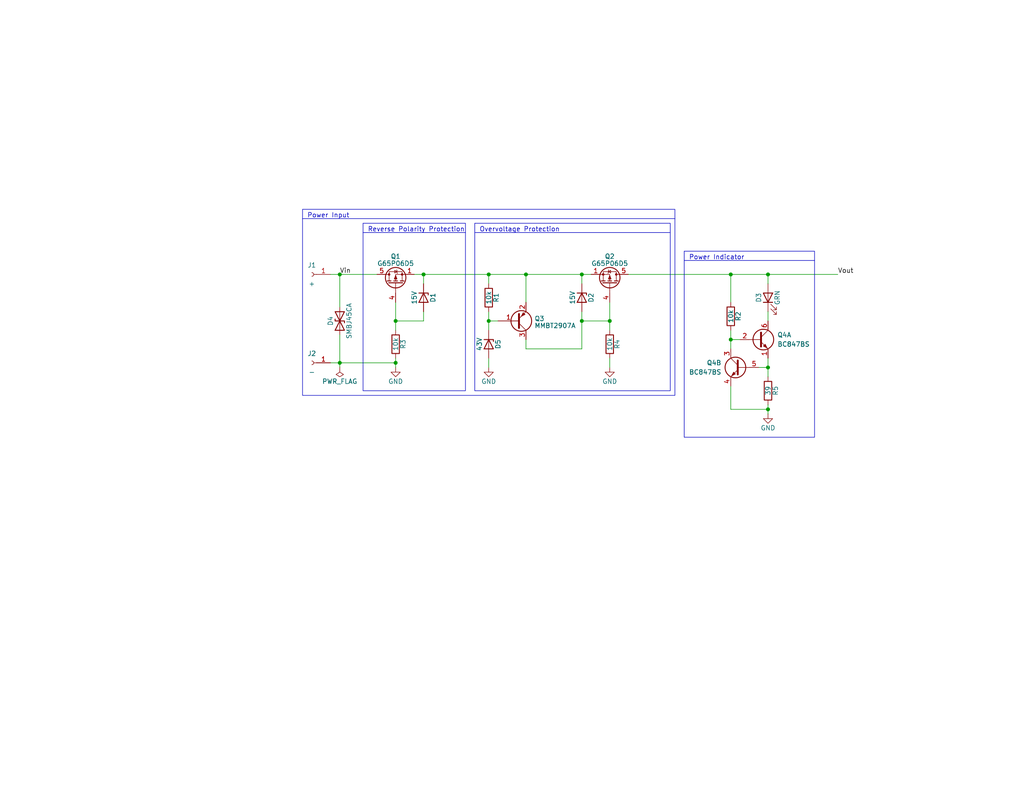
<source format=kicad_sch>
(kicad_sch (version 20230121) (generator eeschema)
  (paper "A")
  (title_block (title "Circuit Protection") (date "2023-04-18") (rev "V2") (company "erry Leumas"))
  (lib_symbols
    (symbol "Connector:Conn_01x01_Socket" (pin_names (offset 1.016) hide)
      (property "Reference" "J" (at 0 2.54 0))
      (property "Value" "Conn_01x01_Socket" (at 0 -2.54 0))
      (symbol "Conn_01x01_Socket_1_1"
        (polyline (pts (xy -1.27 0) (xy -0.508 0)) (stroke (width 0.1524)))
        (arc (start 0 0.508) (mid -0.5058 0) (end 0 -0.508) (stroke (width 0.1524)))
        (pin passive line (at -5.08 0 0) (length 3.81) (name "Pin_1") (number "1"))
      )
    )
    (symbol "Device:D_TVS" (pin_numbers hide) (pin_names (offset 1.016) hide)
      (property "Reference" "D" (at 0 2.54 0))
      (property "Value" "D_TVS" (at 0 -2.54 0))
      (symbol "D_TVS_0_1"
        (polyline (pts (xy 1.27 0) (xy -1.27 0)))
        (polyline (pts (xy 0.508 1.27) (xy 0 1.27) (xy 0 -1.27) (xy -0.508 -1.27)) (stroke (width 0.254)))
        (polyline (pts (xy -2.54 1.27) (xy -2.54 -1.27) (xy 2.54 1.27) (xy 2.54 -1.27) (xy -2.54 1.27)) (stroke (width 0.254)))
      )
      (symbol "D_TVS_1_1"
        (pin passive line (at -3.81 0 0) (length 2.54) (name "A1") (number "1"))
        (pin passive line (at 3.81 0 180) (length 2.54) (name "A2") (number "2"))
      )
    )
    (symbol "Device:D_Zener" (pin_numbers hide) (pin_names (offset 1.016) hide)
      (property "Reference" "D" (at 0 2.54 0))
      (property "Value" "D_Zener" (at 0 -2.54 0))
      (symbol "D_Zener_0_1"
        (polyline (pts (xy 1.27 0) (xy -1.27 0)))
        (polyline (pts (xy -1.27 -1.27) (xy -1.27 1.27) (xy -0.762 1.27)) (stroke (width 0.254)))
        (polyline (pts (xy 1.27 -1.27) (xy 1.27 1.27) (xy -1.27 0) (xy 1.27 -1.27)) (stroke (width 0.254)))
      )
      (symbol "D_Zener_1_1"
        (pin passive line (at -3.81 0 0) (length 2.54) (name "K") (number "1"))
        (pin passive line (at 3.81 0 180) (length 2.54) (name "A") (number "2"))
      )
    )
    (symbol "Device:LED" (pin_numbers hide) (pin_names (offset 1.016) hide)
      (property "Reference" "D" (at 0 2.54 0))
      (property "Value" "LED" (at 0 -2.54 0))
      (symbol "LED_0_1"
        (polyline (pts (xy -1.27 -1.27) (xy -1.27 1.27)) (stroke (width 0.254)))
        (polyline (pts (xy -1.27 0) (xy 1.27 0)))
        (polyline (pts (xy 1.27 -1.27) (xy 1.27 1.27) (xy -1.27 0) (xy 1.27 -1.27)) (stroke (width 0.254)))
        (polyline (pts (xy -3.048 -0.762) (xy -4.572 -2.286) (xy -3.81 -2.286) (xy -4.572 -2.286) (xy -4.572 -1.524)))
        (polyline (pts (xy -1.778 -0.762) (xy -3.302 -2.286) (xy -2.54 -2.286) (xy -3.302 -2.286) (xy -3.302 -1.524)))
      )
      (symbol "LED_1_1"
        (pin passive line (at -3.81 0 0) (length 2.54) (name "K") (number "1"))
        (pin passive line (at 3.81 0 180) (length 2.54) (name "A") (number "2"))
      )
    )
    (symbol "Device:Q_PNP_BEC" (pin_names (offset 0) hide)
      (property "Reference" "Q" (at 5.08 1.27 0))
      (property "Value" "Q_PNP_BEC" (at 5.08 -1.27 0))
      (symbol "Q_PNP_BEC_0_1"
        (polyline (pts (xy 0.635 0.635) (xy 2.54 2.54)))
        (polyline (pts (xy 0.635 -0.635) (xy 2.54 -2.54) (xy 2.54 -2.54)))
        (polyline (pts (xy 0.635 1.905) (xy 0.635 -1.905) (xy 0.635 -1.905)) (stroke (width 0.508)))
        (polyline (pts (xy 2.286 -1.778) (xy 1.778 -2.286) (xy 1.27 -1.27) (xy 2.286 -1.778) (xy 2.286 -1.778)) (fill (type outline)))
        (circle (center 1.27 0) (radius 2.8194) (stroke (width 0.254)))
      )
      (symbol "Q_PNP_BEC_1_1"
        (pin input line (at -5.08 0 0) (length 5.715) (name "B") (number "1"))
        (pin passive line (at 2.54 -5.08 90) (length 2.54) (name "E") (number "2"))
        (pin passive line (at 2.54 5.08 270) (length 2.54) (name "C") (number "3"))
      )
    )
    (symbol "Device:R" (pin_numbers hide) (pin_names (offset 0))
      (property "Reference" "R" (at 2.032 0 90))
      (property "Value" "R" (at 0 0 90))
      (symbol "R_0_1"
        (rectangle (start -1.016 -2.54) (end 1.016 2.54) (stroke (width 0.254)))
      )
      (symbol "R_1_1"
        (pin passive line (at 0 3.81 270) (length 1.27) (name "~") (number "1"))
        (pin passive line (at 0 -3.81 90) (length 1.27) (name "~") (number "2"))
      )
    )
    (symbol "Diode:BZX84Cxx" (pin_numbers hide) (pin_names hide)
      (property "Reference" "D" (at 0 3.81 0))
      (property "Value" "BZX84Cxx" (at 0 -3.81 0))
      (symbol "BZX84Cxx_0_1"
        (polyline (pts (xy 1.27 0) (xy -1.27 0)))
        (polyline (pts (xy -1.27 -1.27) (xy -1.27 1.27) (xy -0.762 1.27)) (stroke (width 0.254)))
        (polyline (pts (xy 1.27 -1.27) (xy 1.27 1.27) (xy -1.27 0) (xy 1.27 -1.27)) (stroke (width 0.254)))
      )
      (symbol "BZX84Cxx_1_1"
        (pin passive line (at 3.81 0 180) (length 2.54) (name "A") (number "1"))
        (pin no_connect line (at 1.27 0 180) (length 2.54) hide (name "NC") (number "2"))
        (pin passive line (at -3.81 0 0) (length 2.54) (name "K") (number "3"))
      )
    )
    (symbol "Transistor_BJT:BC847BS" (pin_names (offset 0) hide)
      (property "Reference" "Q" (at 5.08 1.27 0))
      (property "Value" "BC847BS" (at 5.08 -1.27 0))
      (symbol "BC847BS_0_1"
        (polyline (pts (xy 0.635 0) (xy -2.54 0)))
        (polyline (pts (xy 0.635 0.635) (xy 2.54 2.54)))
        (polyline (pts (xy 0.635 -0.635) (xy 2.54 -2.54) (xy 2.54 -2.54)))
        (polyline (pts (xy 0.635 1.905) (xy 0.635 -1.905) (xy 0.635 -1.905)) (stroke (width 0.508)))
        (polyline (pts (xy 1.27 -1.778) (xy 1.778 -1.27) (xy 2.286 -2.286) (xy 1.27 -1.778) (xy 1.27 -1.778)) (fill (type outline)))
        (circle (center 1.27 0) (radius 2.8194) (stroke (width 0.254)))
      )
      (symbol "BC847BS_1_1"
        (pin passive line (at 2.54 -5.08 90) (length 2.54) (name "E1") (number "1"))
        (pin input line (at -5.08 0 0) (length 2.54) (name "B1") (number "2"))
        (pin passive line (at 2.54 5.08 270) (length 2.54) (name "C1") (number "6"))
      )
      (symbol "BC847BS_2_1"
        (pin passive line (at 2.54 5.08 270) (length 2.54) (name "C2") (number "3"))
        (pin passive line (at 2.54 -5.08 90) (length 2.54) (name "E2") (number "4"))
        (pin input line (at -5.08 0 0) (length 2.54) (name "B2") (number "5"))
      )
    )
    (symbol "pl_MOSFET:G65P06D5" (pin_names hide)
      (property "Reference" "Q" (at 2.54 1.27 0))
      (property "Value" "G65P06D5" (at 2.54 -1.27 0))
      (symbol "G65P06D5_0_1"
        (circle (center -0.889 0) (radius 2.794) (stroke (width 0.254)))
        (circle (center 0 -1.778) (radius 0.254) (fill (type outline)))
        (polyline (pts (xy -2.286 0) (xy -5.08 0)))
        (polyline (pts (xy -2.286 1.905) (xy -2.286 -1.905)) (stroke (width 0.254)))
        (polyline (pts (xy -1.778 -1.27) (xy -1.778 -2.286)) (stroke (width 0.254)))
        (polyline (pts (xy -1.778 0.508) (xy -1.778 -0.508)) (stroke (width 0.254)))
        (polyline (pts (xy -1.778 2.286) (xy -1.778 1.27)) (stroke (width 0.254)))
        (polyline (pts (xy 0 2.54) (xy 0 1.778)))
        (polyline (pts (xy 0 -2.54) (xy 0 0) (xy -1.778 0)))
        (polyline (pts (xy -1.778 1.778) (xy 0.762 1.778) (xy 0.762 -1.778) (xy -1.778 -1.778)))
        (polyline (pts (xy -0.254 0) (xy -1.27 0.381) (xy -1.27 -0.381) (xy -0.254 0)) (fill (type outline)))
        (polyline (pts (xy 0.254 -0.508) (xy 0.381 -0.381) (xy 1.143 -0.381) (xy 1.27 -0.254)))
        (polyline (pts (xy 0.762 -0.381) (xy 0.381 0.254) (xy 1.143 0.254) (xy 0.762 -0.381)))
        (circle (center 0 1.778) (radius 0.254) (fill (type outline)))
      )
      (symbol "G65P06D5_1_1"
        (pin passive line (at 0 -5.08 90) (length 2.54) (name "S") (number "1"))
        (pin passive line (at 0 -5.08 90) (length 2.54) hide (name "S") (number "2"))
        (pin passive line (at 0 -5.08 90) (length 2.54) hide (name "S") (number "3"))
        (pin input line (at -7.62 0 0) (length 2.54) (name "G") (number "4"))
        (pin passive line (at 0 5.08 270) (length 2.54) (name "D") (number "5"))
      )
    )
    (symbol "power:GND" (power) (pin_names (offset 0))
      (property "Value" "GND" (at 0 -3.81 0))
      (symbol "GND_0_1"
        (polyline (pts (xy 0 0) (xy 0 -1.27) (xy 1.27 -1.27) (xy 0 -2.54) (xy -1.27 -1.27) (xy 0 -1.27)))
      )
      (symbol "GND_1_1"
        (pin power_in line (at 0 0 270) (length 0) hide (name "GND") (number "1"))
      )
    )
    (symbol "power:PWR_FLAG" (power) (pin_numbers hide) (pin_names (offset 0) hide)
      (property "Value" "PWR_FLAG" (at 0 3.81 0))
      (symbol "PWR_FLAG_0_0"
        (pin power_out line (at 0 0 90) (length 0) (name "pwr") (number "1"))
      )
      (symbol "PWR_FLAG_0_1"
        (polyline (pts (xy 0 0) (xy 0 1.27) (xy -1.016 1.905) (xy 0 2.54) (xy 1.016 1.905) (xy 0 1.27)))
      )
    )
  )
  (junction (at 199.39 74.93))
  (junction (at 133.35 74.93))
  (junction (at 199.39 92.71))
  (junction (at 92.71 74.93))
  (junction (at 209.55 111.76))
  (junction (at 115.57 74.93))
  (junction (at 209.55 100.33))
  (junction (at 133.35 87.63))
  (junction (at 209.55 74.93))
  (junction (at 107.95 99.06))
  (junction (at 158.75 74.93))
  (junction (at 92.71 99.06))
  (junction (at 107.95 87.63))
  (junction (at 143.51 74.93))
  (junction (at 158.75 87.63))
  (junction (at 166.37 87.63))
  (wire (pts (xy 209.55 74.93) (xy 228.6 74.93)))
  (wire (pts (xy 209.55 100.33) (xy 209.55 102.87)))
  (wire (pts (xy 115.57 74.93) (xy 115.57 77.47)))
  (wire (pts (xy 133.35 77.47) (xy 133.35 74.93)))
  (wire (pts (xy 158.75 77.47) (xy 158.75 74.93)))
  (wire (pts (xy 90.17 74.93) (xy 92.71 74.93)))
  (wire (pts (xy 199.39 92.71) (xy 199.39 95.25)))
  (wire (pts (xy 199.39 111.76) (xy 209.55 111.76)))
  (wire (pts (xy 133.35 87.63) (xy 133.35 90.17)))
  (wire (pts (xy 107.95 87.63) (xy 107.95 90.17)))
  (wire (pts (xy 92.71 83.82) (xy 92.71 74.93)))
  (wire (pts (xy 199.39 90.17) (xy 199.39 92.71)))
  (wire (pts (xy 199.39 105.41) (xy 199.39 111.76)))
  (wire (pts (xy 92.71 91.44) (xy 92.71 99.06)))
  (wire (pts (xy 133.35 74.93) (xy 143.51 74.93)))
  (wire (pts (xy 92.71 99.06) (xy 92.71 100.33)))
  (wire (pts (xy 92.71 99.06) (xy 107.95 99.06)))
  (wire (pts (xy 115.57 74.93) (xy 133.35 74.93)))
  (wire (pts (xy 209.55 74.93) (xy 199.39 74.93)))
  (wire (pts (xy 199.39 74.93) (xy 199.39 82.55)))
  (wire (pts (xy 143.51 95.25) (xy 158.75 95.25)))
  (polyline (pts (xy 82.55 59.69) (xy 184.15 59.69)))
  (wire (pts (xy 171.45 74.93) (xy 199.39 74.93)))
  (wire (pts (xy 166.37 97.79) (xy 166.37 100.33)))
  (wire (pts (xy 209.55 85.09) (xy 209.55 87.63)))
  (polyline (pts (xy 129.54 63.5) (xy 182.88 63.5)))
  (wire (pts (xy 209.55 77.47) (xy 209.55 74.93)))
  (wire (pts (xy 115.57 87.63) (xy 107.95 87.63)))
  (wire (pts (xy 209.55 111.76) (xy 209.55 113.03)))
  (wire (pts (xy 158.75 87.63) (xy 166.37 87.63)))
  (wire (pts (xy 209.55 100.33) (xy 209.55 97.79)))
  (wire (pts (xy 143.51 74.93) (xy 143.51 82.55)))
  (wire (pts (xy 115.57 85.09) (xy 115.57 87.63)))
  (wire (pts (xy 113.03 74.93) (xy 115.57 74.93)))
  (wire (pts (xy 207.01 100.33) (xy 209.55 100.33)))
  (wire (pts (xy 92.71 74.93) (xy 102.87 74.93)))
  (wire (pts (xy 158.75 74.93) (xy 161.29 74.93)))
  (wire (pts (xy 90.17 99.06) (xy 92.71 99.06)))
  (wire (pts (xy 199.39 92.71) (xy 201.93 92.71)))
  (polyline (pts (xy 186.69 71.12) (xy 222.25 71.12)))
  (wire (pts (xy 143.51 74.93) (xy 158.75 74.93)))
  (wire (pts (xy 166.37 82.55) (xy 166.37 87.63)))
  (wire (pts (xy 133.35 85.09) (xy 133.35 87.63)))
  (wire (pts (xy 158.75 95.25) (xy 158.75 87.63)))
  (wire (pts (xy 158.75 87.63) (xy 158.75 85.09)))
  (wire (pts (xy 133.35 87.63) (xy 135.89 87.63)))
  (wire (pts (xy 107.95 99.06) (xy 107.95 100.33)))
  (wire (pts (xy 166.37 87.63) (xy 166.37 90.17)))
  (wire (pts (xy 209.55 110.49) (xy 209.55 111.76)))
  (wire (pts (xy 107.95 82.55) (xy 107.95 87.63)))
  (wire (pts (xy 143.51 92.71) (xy 143.51 95.25)))
  (polyline (pts (xy 99.06 63.5) (xy 127 63.5)))
  (wire (pts (xy 133.35 97.79) (xy 133.35 100.33)))
  (wire (pts (xy 107.95 97.79) (xy 107.95 99.06)))
  (rectangle (start 99.06 60.96) (end 127 106.68))
  (rectangle (start 186.69 68.58) (end 222.25 119.38))
  (rectangle (start 82.55 57.15) (end 184.15 107.95))
  (rectangle (start 129.54 60.96) (end 182.88 106.68))
  (text "Power Indicator" (at 187.96 71.12 0) (effects (font (size 1.27 1.27)) (justify left bottom)))
  (text "Overvoltage Protection" (at 130.81 63.5 0) (effects (font (size 1.27 1.27)) (justify left bottom)))
  (text "Reverse Polarity Protection" (at 100.33 63.5 0) (effects (font (size 1.27 1.27)) (justify left bottom)))
  (text "Power Input" (at 83.82 59.69 0) (effects (font (size 1.27 1.27)) (justify left bottom)))
  (label "Vin" (at 92.71 74.93 0))
  (label "Vout" (at 228.6 74.93 0))
  (symbol (lib_id "Connector:Conn_01x01_Socket") (at 85.09 99.06 0) (mirror y) (unit 1)
    (property "Reference" "J2" (at 85.09 96.52 0))
    (property "Value" "-" (at 85.09 101.6 0))
    (property "Footprint" "pl_banana:CT3151SP" (effects hide))
    (property "MPN" "CT3151SP-0" (effects hide))
    (property "Manufacture" "Cal Test" (effects hide))
    (property "SPN" "BKCT3151SP-0-ND" (effects hide))
    (property "Supplier" "Digi-Key" (effects hide))
  )
  (symbol (lib_id "pl_MOSFET:G65P06D5") (at 107.95 74.93 90) (unit 1)
    (property "Reference" "Q1" (at 107.95 70.0151 90))
    (property "Value" "G65P06D5" (at 107.95 71.9361 90))
    (property "Footprint" "pl_MOSFET:G65P06D5" (effects hide))
    (property "MPN" "G65P06D5" (effects hide))
    (property "Manufacture" "Goford" (effects hide))
    (property "Power" "130W" (effects hide))
    (property "SPN" "3141-G65P06D5CT-ND" (effects hide))
    (property "Supplier" "Digi-Key" (effects hide))
    (property "Voltage" "60V" (effects hide))
  )
  (symbol (lib_id "Device:D_Zener") (at 158.75 81.28 270) (unit 1)
    (property "Reference" "D2" (at 161.29 81.28 0))
    (property "Value" "15V" (at 156.21 81.28 0))
    (property "Footprint" "pl_diode:Nexperia_BZV55_SOD80C" (effects hide))
    (property "MPN" "BZV55-C15,115" (effects hide))
    (property "Manufacture" "Nexperia" (effects hide))
    (property "Power" "500mW" (effects hide))
    (property "SPN" "1727-4962-1-ND" (effects hide))
    (property "Supplier" "Digi-Key" (effects hide))
    (property "Voltage" "15V" (effects hide))
  )
  (symbol (lib_id "Device:LED") (at 209.55 81.28 90) (unit 1)
    (property "Reference" "D3" (at 207.01 81.28 0))
    (property "Value" "GRN" (at 212.09 81.28 0))
    (property "Footprint" "LED_SMD:LED_PLCC-2_3.4x3.0mm_KA" (effects hide))
    (property "MPN" "597-3301-207F" (effects hide))
    (property "Manufacture" "Dialight" (effects hide))
  )
  (symbol (lib_id "Device:R") (at 199.39 86.36 0) (unit 1)
    (property "Reference" "R2" (at 201.422 86.36 90))
    (property "Value" "10k" (at 199.39 86.36 90))
    (property "Footprint" "Resistor_SMD:R_0603_1608Metric" (effects hide))
    (property "MPN" "MCT0603MC1002FP500" (effects hide))
    (property "Manufacture" "Vishay" (effects hide))
    (property "Power" "0.15W" (effects hide))
    (property "SPN" "MCT0603-10.0K-MFTR-ND" (effects hide))
    (property "Supplier" "Digi-Key" (effects hide))
    (property "Tolerance" "1%" (effects hide))
  )
  (symbol (lib_id "Device:Q_PNP_BEC") (at 140.97 87.63 0) (mirror x) (unit 1)
    (property "Reference" "Q3" (at 145.8214 86.9863 0) (effects (justify left)))
    (property "Value" "MMBT2907A" (at 145.8214 88.9073 0) (effects (justify left)))
    (property "Footprint" "Package_TO_SOT_SMD:SOT-23" (effects hide))
    (property "MPN" "MMBT2907A-TP" (effects hide))
    (property "Manufacture" "Micro Commercial" (effects hide))
    (property "Power" "600mA" (effects hide))
    (property "SPN" "MMBT2907A-TPMSCT-ND" (effects hide))
    (property "Supplier" "Digi-Key" (effects hide))
    (property "Voltage" "60V" (effects hide))
  )
  (symbol (lib_id "power:GND") (at 209.55 113.03 0) (unit 1)
    (property "Reference" "#PWR04" (effects hide))
    (property "Value" "GND" (at 209.55 116.84 0))
  )
  (symbol (lib_id "Device:D_TVS") (at 92.71 87.63 90) (unit 1)
    (property "Reference" "D4" (at 90.17 87.63 0))
    (property "Value" "SMBJ45CA" (at 95.25 87.63 0))
    (property "Footprint" "Diode_SMD:D_SMB" (effects hide))
    (property "MPN" "SMBJ45CA-13-F" (effects hide))
    (property "Manufacture" "Diodes Inc" (effects hide))
    (property "SPN" "SMBJ45CA-FDICT-ND" (effects hide))
    (property "Supplier" "Digi-Key" (effects hide))
    (property "Voltage" "45V" (effects hide))
  )
  (symbol (lib_id "Device:R") (at 133.35 81.28 0) (unit 1)
    (property "Reference" "R1" (at 135.382 81.28 90))
    (property "Value" "10k" (at 133.35 81.28 90))
    (property "Footprint" "Resistor_SMD:R_0603_1608Metric" (effects hide))
    (property "MPN" "MCT0603MC1002FP500" (effects hide))
    (property "Manufacture" "Vishay" (effects hide))
    (property "Power" "0.15W" (effects hide))
    (property "SPN" "MCT0603-10.0K-MFTR-ND" (effects hide))
    (property "Supplier" "Digi-Key" (effects hide))
    (property "Tolerance" "1%" (effects hide))
  )
  (symbol (lib_id "power:GND") (at 166.37 100.33 0) (unit 1)
    (property "Reference" "#PWR03" (effects hide))
    (property "Value" "GND" (at 166.37 104.14 0))
  )
  (symbol (lib_id "Device:R") (at 107.95 93.98 0) (unit 1)
    (property "Reference" "R3" (at 109.982 93.98 90))
    (property "Value" "10k" (at 107.95 93.98 90))
    (property "Footprint" "Resistor_SMD:R_0603_1608Metric" (effects hide))
    (property "MPN" "MCT0603MC1002FP500" (effects hide))
    (property "Manufacture" "Vishay" (effects hide))
    (property "Power" "0.15W" (effects hide))
    (property "SPN" "MCT0603-10.0K-MFTR-ND" (effects hide))
    (property "Supplier" "Digi-Key" (effects hide))
    (property "Tolerance" "1%" (effects hide))
  )
  (symbol (lib_id "Device:D_Zener") (at 115.57 81.28 270) (unit 1)
    (property "Reference" "D1" (at 118.11 81.28 0))
    (property "Value" "15V" (at 113.03 81.28 0))
    (property "Footprint" "pl_diode:Nexperia_BZV55_SOD80C" (effects hide))
    (property "MPN" "BZV55-C15,115" (effects hide))
    (property "Manufacture" "Nexperia" (effects hide))
    (property "Power" "500mW" (effects hide))
    (property "SPN" "1727-4962-1-ND" (effects hide))
    (property "Supplier" "Digi-Key" (effects hide))
    (property "Voltage" "15V" (effects hide))
  )
  (symbol (lib_id "Connector:Conn_01x01_Socket") (at 85.09 74.93 0) (mirror y) (unit 1)
    (property "Reference" "J1" (at 85.09 72.39 0))
    (property "Value" "+" (at 85.09 77.47 0))
    (property "Footprint" "pl_banana:CT3151SP" (effects hide))
    (property "MPN" "CT3151SP-2" (effects hide))
    (property "Manufacture" "Cal Test" (effects hide))
    (property "SPN" "BKCT3151SP-2-ND" (effects hide))
    (property "Supplier" "Digi-Key" (effects hide))
  )
  (symbol (lib_id "power:PWR_FLAG") (at 92.71 100.33 180) (unit 1)
    (property "Reference" "#FLG01" (effects hide))
    (property "Value" "PWR_FLAG" (at 92.71 104.14 0))
  )
  (symbol (lib_id "pl_MOSFET:G65P06D5") (at 166.37 74.93 270) (mirror x) (unit 1)
    (property "Reference" "Q2" (at 166.37 70.0151 90))
    (property "Value" "G65P06D5" (at 166.37 71.9361 90))
    (property "Footprint" "pl_MOSFET:G65P06D5" (effects hide))
    (property "MPN" "G65P06D5" (effects hide))
    (property "Manufacture" "Goford" (effects hide))
    (property "Power" "130W" (effects hide))
    (property "SPN" "3141-G65P06D5CT-ND" (effects hide))
    (property "Supplier" "Digi-Key" (effects hide))
    (property "Voltage" "60V" (effects hide))
  )
  (symbol (lib_id "Transistor_BJT:BC847BS") (at 201.93 100.33 0) (mirror y) (unit 2)
    (property "Reference" "Q4" (at 196.85 99.06 0) (effects (justify left)))
    (property "Value" "BC847BS" (at 196.85 101.6 0) (effects (justify left)))
    (property "Footprint" "Package_TO_SOT_SMD:SOT-363_SC-70-6" (effects hide))
    (property "MPN" "BC847BS-AU_R1_000A1" (effects hide))
    (property "Manufacture" "Panjit" (effects hide))
    (property "Power" "100mA" (effects hide))
    (property "SPN" "3757-BC847BS-AU_R1_000A1CT-ND" (effects hide))
    (property "Supplier" "Digi-Key" (effects hide))
    (property "Voltage" "45V" (effects hide))
  )
  (symbol (lib_id "Transistor_BJT:BC847BS") (at 207.01 92.71 0) (unit 1)
    (property "Reference" "Q4" (at 212.09 91.44 0) (effects (justify left)))
    (property "Value" "BC847BS" (at 212.09 93.98 0) (effects (justify left)))
    (property "Footprint" "Package_TO_SOT_SMD:SOT-363_SC-70-6" (effects hide))
    (property "MPN" "BC847BS-AU_R1_000A1" (effects hide))
    (property "Manufacture" "Panjit" (effects hide))
    (property "Power" "100mA" (effects hide))
    (property "SPN" "3757-BC847BS-AU_R1_000A1CT-ND" (effects hide))
    (property "Supplier" "Digi-Key" (effects hide))
    (property "Voltage" "45V" (effects hide))
  )
  (symbol (lib_id "Device:R") (at 209.55 106.68 0) (unit 1)
    (property "Reference" "R5" (at 211.582 106.68 90))
    (property "Value" "39" (at 209.55 106.68 90))
    (property "Footprint" "Resistor_SMD:R_0603_1608Metric" (effects hide))
    (property "MPN" "CPF0603B39RE1" (effects hide))
    (property "Manufacture" "TE" (effects hide))
    (property "Power" "1/16W" (effects hide))
    (property "SPN" "279-CPF0603B39RE1" (effects hide))
    (property "Supplier" "Mouser" (effects hide))
    (property "Tolerance" "0.1%" (effects hide))
  )
  (symbol (lib_id "Diode:BZX84Cxx") (at 133.35 93.98 270) (unit 1)
    (property "Reference" "D5" (at 135.89 93.98 0))
    (property "Value" "43V" (at 130.81 93.98 0))
    (property "Footprint" "Package_TO_SOT_SMD:SOT-23" (effects hide))
    (property "MPN" "BZX84C43-TP" (effects hide))
    (property "Manufacture" "Micro Commercial" (effects hide))
    (property "Power" "350mW" (effects hide))
    (property "SPN" "BZX84C43-TPMSCT-ND" (effects hide))
    (property "Supplier" "Digi-Key" (effects hide))
    (property "Tolerance" "5%" (effects hide))
    (property "Voltage" "43V" (effects hide))
  )
  (symbol (lib_id "power:GND") (at 107.95 100.33 0) (unit 1)
    (property "Reference" "#PWR01" (effects hide))
    (property "Value" "GND" (at 107.95 104.14 0))
  )
  (symbol (lib_id "Device:R") (at 166.37 93.98 0) (unit 1)
    (property "Reference" "R4" (at 168.402 93.98 90))
    (property "Value" "10k" (at 166.37 93.98 90))
    (property "Footprint" "Resistor_SMD:R_0603_1608Metric" (effects hide))
    (property "MPN" "MCT0603MC1002FP500" (effects hide))
    (property "Manufacture" "Vishay" (effects hide))
    (property "Power" "0.15W" (effects hide))
    (property "SPN" "MCT0603-10.0K-MFTR-ND" (effects hide))
    (property "Supplier" "Digi-Key" (effects hide))
    (property "Tolerance" "1%" (effects hide))
  )
  (symbol (lib_id "power:GND") (at 133.35 100.33 0) (unit 1)
    (property "Reference" "#PWR02" (effects hide))
    (property "Value" "GND" (at 133.35 104.14 0))
  )
)
</source>
